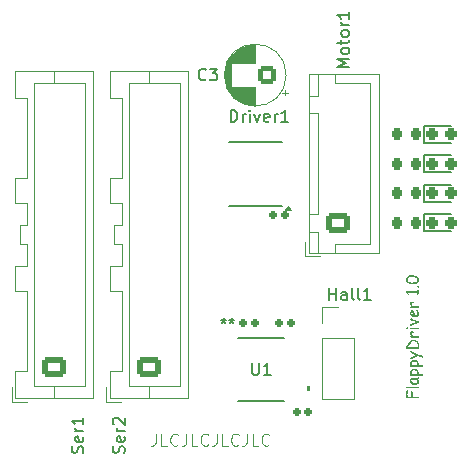
<source format=gbr>
%TF.GenerationSoftware,KiCad,Pcbnew,9.0.2*%
%TF.CreationDate,2025-10-06T17:20:07-07:00*%
%TF.ProjectId,driver2,64726976-6572-4322-9e6b-696361645f70,rev?*%
%TF.SameCoordinates,Original*%
%TF.FileFunction,Legend,Top*%
%TF.FilePolarity,Positive*%
%FSLAX46Y46*%
G04 Gerber Fmt 4.6, Leading zero omitted, Abs format (unit mm)*
G04 Created by KiCad (PCBNEW 9.0.2) date 2025-10-06 17:20:07*
%MOMM*%
%LPD*%
G01*
G04 APERTURE LIST*
G04 Aperture macros list*
%AMRoundRect*
0 Rectangle with rounded corners*
0 $1 Rounding radius*
0 $2 $3 $4 $5 $6 $7 $8 $9 X,Y pos of 4 corners*
0 Add a 4 corners polygon primitive as box body*
4,1,4,$2,$3,$4,$5,$6,$7,$8,$9,$2,$3,0*
0 Add four circle primitives for the rounded corners*
1,1,$1+$1,$2,$3*
1,1,$1+$1,$4,$5*
1,1,$1+$1,$6,$7*
1,1,$1+$1,$8,$9*
0 Add four rect primitives between the rounded corners*
20,1,$1+$1,$2,$3,$4,$5,0*
20,1,$1+$1,$4,$5,$6,$7,0*
20,1,$1+$1,$6,$7,$8,$9,0*
20,1,$1+$1,$8,$9,$2,$3,0*%
G04 Aperture macros list end*
%ADD10C,0.100000*%
%ADD11C,0.150000*%
%ADD12C,0.120000*%
%ADD13C,0.152400*%
%ADD14C,0.000000*%
%ADD15RoundRect,0.250000X0.725000X-0.600000X0.725000X0.600000X-0.725000X0.600000X-0.725000X-0.600000X0*%
%ADD16O,1.950000X1.700000*%
%ADD17R,1.700000X1.700000*%
%ADD18C,1.700000*%
%ADD19C,2.600000*%
%ADD20C,4.400000*%
%ADD21RoundRect,0.239000X-0.239000X-0.274000X0.239000X-0.274000X0.239000X0.274000X-0.239000X0.274000X0*%
%ADD22RoundRect,0.159000X0.159000X0.189000X-0.159000X0.189000X-0.159000X-0.189000X0.159000X-0.189000X0*%
%ADD23RoundRect,0.250000X0.550000X0.550000X-0.550000X0.550000X-0.550000X-0.550000X0.550000X-0.550000X0*%
%ADD24C,1.600000*%
%ADD25R,1.050000X0.450000*%
%ADD26R,3.400000X5.000000*%
%ADD27RoundRect,0.219000X0.219000X0.294000X-0.219000X0.294000X-0.219000X-0.294000X0.219000X-0.294000X0*%
%ADD28R,1.461999X0.354800*%
G04 APERTURE END LIST*
D10*
G36*
X54431186Y-53244434D02*
G01*
X54425996Y-53270385D01*
X54410376Y-53327751D01*
X54399891Y-53401335D01*
X54396015Y-53494478D01*
X54402670Y-53599991D01*
X54423370Y-53735607D01*
X54716461Y-53737011D01*
X54688541Y-53612607D01*
X54681290Y-53538930D01*
X54684166Y-53432877D01*
X54693014Y-53321004D01*
X54700410Y-53291823D01*
X54714004Y-53272687D01*
X54733982Y-53261047D01*
X54762684Y-53256769D01*
X54791027Y-53261836D01*
X54813548Y-53276613D01*
X54828609Y-53298669D01*
X54833698Y-53325767D01*
X54827836Y-53432379D01*
X54821974Y-53538930D01*
X54829052Y-53597994D01*
X54861053Y-53739759D01*
X55334091Y-53745865D01*
X55361560Y-53750732D01*
X55383977Y-53765038D01*
X55399112Y-53786548D01*
X55404249Y-53813520D01*
X55399137Y-53840561D01*
X55384038Y-53862369D01*
X55361665Y-53876915D01*
X55334335Y-53881847D01*
X54929075Y-53876718D01*
X54523815Y-53871589D01*
X54433018Y-53872627D01*
X54342220Y-53873604D01*
X54314203Y-53868819D01*
X54291540Y-53854858D01*
X54276210Y-53833472D01*
X54270963Y-53805949D01*
X54274063Y-53784501D01*
X54283236Y-53765648D01*
X54261926Y-53613363D01*
X54255331Y-53494478D01*
X54260532Y-53413541D01*
X54277740Y-53314837D01*
X54299176Y-53242232D01*
X54320069Y-53202112D01*
X54339770Y-53183056D01*
X54359195Y-53177512D01*
X54384797Y-53181938D01*
X54407433Y-53195280D01*
X54425327Y-53217626D01*
X54431186Y-53244434D01*
G37*
G36*
X54794497Y-52882527D02*
G01*
X55134300Y-52892786D01*
X55292875Y-52898281D01*
X55324570Y-52905751D01*
X55344884Y-52919148D01*
X55356919Y-52938300D01*
X55361263Y-52965204D01*
X55356584Y-52995383D01*
X55344064Y-53015169D01*
X55323481Y-53027465D01*
X55291531Y-53032126D01*
X55043014Y-53024616D01*
X54794497Y-53017105D01*
X54547384Y-53013686D01*
X54300272Y-53010266D01*
X54269054Y-53005646D01*
X54248859Y-52993417D01*
X54236513Y-52973638D01*
X54231884Y-52943344D01*
X54236536Y-52912653D01*
X54248920Y-52892662D01*
X54269119Y-52880337D01*
X54300272Y-52875689D01*
X54547384Y-52879108D01*
X54794497Y-52882527D01*
G37*
G36*
X55335199Y-52080871D02*
G01*
X55355218Y-52095150D01*
X55368580Y-52115894D01*
X55372986Y-52139541D01*
X55367839Y-52154132D01*
X55343616Y-52186680D01*
X55316260Y-52214869D01*
X55294829Y-52232475D01*
X55326552Y-52296662D01*
X55347402Y-52347941D01*
X55361252Y-52396191D01*
X55365170Y-52431228D01*
X55358635Y-52511008D01*
X55340644Y-52574359D01*
X55312703Y-52624606D01*
X55274984Y-52664174D01*
X55231517Y-52692117D01*
X55175723Y-52713696D01*
X55104775Y-52727944D01*
X55015293Y-52733173D01*
X54934733Y-52725905D01*
X54861692Y-52704668D01*
X54794619Y-52669523D01*
X54732398Y-52619478D01*
X54680227Y-52558784D01*
X54643971Y-52494073D01*
X54622250Y-52424282D01*
X54614856Y-52347880D01*
X54615896Y-52339026D01*
X54736001Y-52339026D01*
X54741325Y-52389875D01*
X54757054Y-52436617D01*
X54783560Y-52480346D01*
X54822158Y-52521781D01*
X54867494Y-52555772D01*
X54915205Y-52579524D01*
X54965963Y-52593764D01*
X55020666Y-52598595D01*
X55094467Y-52593361D01*
X55148828Y-52579497D01*
X55188217Y-52558967D01*
X55218787Y-52528758D01*
X55237384Y-52490049D01*
X55244026Y-52440081D01*
X55237702Y-52377764D01*
X55220212Y-52328768D01*
X55203186Y-52302433D01*
X55168433Y-52259769D01*
X54999196Y-52277061D01*
X54898056Y-52281629D01*
X54834431Y-52277904D01*
X54761219Y-52266608D01*
X54742168Y-52310022D01*
X54736001Y-52339026D01*
X54615896Y-52339026D01*
X54621956Y-52287435D01*
X54645570Y-52214706D01*
X54669011Y-52168772D01*
X54691952Y-52141053D01*
X54714540Y-52126436D01*
X54737772Y-52121833D01*
X54755041Y-52125176D01*
X54770561Y-52135450D01*
X54855985Y-52146074D01*
X55008271Y-52150471D01*
X55088530Y-52147532D01*
X55142116Y-52138869D01*
X55179214Y-52127508D01*
X55262344Y-52095821D01*
X55298553Y-52080129D01*
X55310155Y-52076038D01*
X55335199Y-52080871D01*
G37*
G36*
X55083141Y-51368697D02*
G01*
X55146964Y-51384029D01*
X55203068Y-51408668D01*
X55252636Y-51442594D01*
X55296723Y-51488080D01*
X55327812Y-51539657D01*
X55346828Y-51598552D01*
X55353447Y-51666625D01*
X55348285Y-51736262D01*
X55331587Y-51816957D01*
X55659911Y-51818300D01*
X55687759Y-51823145D01*
X55709370Y-51837107D01*
X55723683Y-51858230D01*
X55728604Y-51885223D01*
X55723696Y-51912284D01*
X55709431Y-51933461D01*
X55687943Y-51947377D01*
X55660216Y-51952206D01*
X55386664Y-51950130D01*
X55113784Y-51950130D01*
X54840903Y-51960389D01*
X54702112Y-51970647D01*
X54656039Y-51965921D01*
X54620047Y-51952878D01*
X54596911Y-51936442D01*
X54584026Y-51917000D01*
X54579685Y-51893466D01*
X54584508Y-51868903D01*
X54598920Y-51848709D01*
X54620116Y-51835157D01*
X54645753Y-51830573D01*
X54668285Y-51832650D01*
X54707241Y-51837412D01*
X54671195Y-51778219D01*
X54646791Y-51724023D01*
X54631439Y-51669552D01*
X54626586Y-51619548D01*
X54763356Y-51619548D01*
X54770478Y-51679901D01*
X54791261Y-51732937D01*
X54816353Y-51770323D01*
X54863435Y-51824467D01*
X55019802Y-51817838D01*
X55188094Y-51815553D01*
X55209644Y-51740489D01*
X55216671Y-51666625D01*
X55212445Y-51625211D01*
X55200439Y-51590517D01*
X55180956Y-51561138D01*
X55153351Y-51536200D01*
X55114776Y-51515280D01*
X55067797Y-51502002D01*
X55010408Y-51497243D01*
X54927524Y-51501380D01*
X54867408Y-51512176D01*
X54824966Y-51527651D01*
X54789846Y-51552274D01*
X54770087Y-51582295D01*
X54763356Y-51619548D01*
X54626586Y-51619548D01*
X54626580Y-51619487D01*
X54631790Y-51565233D01*
X54646668Y-51518930D01*
X54670836Y-51478981D01*
X54704929Y-51444329D01*
X54750533Y-51414567D01*
X54817965Y-51387575D01*
X54903161Y-51369832D01*
X55010102Y-51363337D01*
X55083141Y-51368697D01*
G37*
G36*
X55083141Y-50620337D02*
G01*
X55146964Y-50635668D01*
X55203068Y-50660308D01*
X55252636Y-50694234D01*
X55296723Y-50739720D01*
X55327812Y-50791297D01*
X55346828Y-50850192D01*
X55353447Y-50918265D01*
X55348285Y-50987902D01*
X55331587Y-51068597D01*
X55659911Y-51069940D01*
X55687759Y-51074784D01*
X55709370Y-51088747D01*
X55723683Y-51109870D01*
X55728604Y-51136863D01*
X55723696Y-51163923D01*
X55709431Y-51185101D01*
X55687943Y-51199017D01*
X55660216Y-51203846D01*
X55386664Y-51201770D01*
X55113784Y-51201770D01*
X54840903Y-51212028D01*
X54702112Y-51222287D01*
X54656039Y-51217561D01*
X54620047Y-51204518D01*
X54596911Y-51188082D01*
X54584026Y-51168640D01*
X54579685Y-51145106D01*
X54584508Y-51120543D01*
X54598920Y-51100348D01*
X54620116Y-51086797D01*
X54645753Y-51082213D01*
X54668285Y-51084289D01*
X54707241Y-51089052D01*
X54671195Y-51029859D01*
X54646791Y-50975662D01*
X54631439Y-50921192D01*
X54626586Y-50871188D01*
X54763356Y-50871188D01*
X54770478Y-50931541D01*
X54791261Y-50984577D01*
X54816353Y-51021963D01*
X54863435Y-51076107D01*
X55019802Y-51069478D01*
X55188094Y-51067192D01*
X55209644Y-50992129D01*
X55216671Y-50918265D01*
X55212445Y-50876851D01*
X55200439Y-50842157D01*
X55180956Y-50812777D01*
X55153351Y-50787840D01*
X55114776Y-50766920D01*
X55067797Y-50753642D01*
X55010408Y-50748883D01*
X54927524Y-50753020D01*
X54867408Y-50763816D01*
X54824966Y-50779291D01*
X54789846Y-50803914D01*
X54770087Y-50833935D01*
X54763356Y-50871188D01*
X54626586Y-50871188D01*
X54626580Y-50871127D01*
X54631790Y-50816873D01*
X54646668Y-50770570D01*
X54670836Y-50730620D01*
X54704929Y-50695969D01*
X54750533Y-50666207D01*
X54817965Y-50639215D01*
X54903161Y-50621472D01*
X55010102Y-50614977D01*
X55083141Y-50620337D01*
G37*
G36*
X54720980Y-49864541D02*
G01*
X55231753Y-50100907D01*
X55411234Y-50181620D01*
X55543834Y-50234813D01*
X55676336Y-50279876D01*
X55704191Y-50295431D01*
X55719498Y-50315486D01*
X55724696Y-50341364D01*
X55719996Y-50368184D01*
X55706011Y-50390945D01*
X55685073Y-50406566D01*
X55659544Y-50411767D01*
X55610809Y-50402897D01*
X55495277Y-50362487D01*
X55266802Y-50264183D01*
X54794192Y-50508731D01*
X54744122Y-50539506D01*
X54713238Y-50553979D01*
X54691304Y-50557946D01*
X54665947Y-50552695D01*
X54643372Y-50536453D01*
X54627694Y-50513272D01*
X54622672Y-50488276D01*
X54628386Y-50460042D01*
X54644837Y-50439733D01*
X54756458Y-50367312D01*
X54907570Y-50284592D01*
X55106334Y-50190422D01*
X54868258Y-50089305D01*
X54751209Y-50033884D01*
X54657782Y-49984098D01*
X54635193Y-49967061D01*
X54622833Y-49948226D01*
X54618764Y-49926700D01*
X54623708Y-49900509D01*
X54638792Y-49877241D01*
X54660911Y-49860986D01*
X54686420Y-49855687D01*
X54701905Y-49857710D01*
X54720980Y-49864541D01*
G37*
G36*
X55004775Y-48893460D02*
G01*
X55079100Y-48911662D01*
X55152130Y-48942402D01*
X55219474Y-48983932D01*
X55276461Y-49033744D01*
X55324077Y-49092306D01*
X55353541Y-49145910D01*
X55376207Y-49212595D01*
X55391043Y-49295033D01*
X55396434Y-49396327D01*
X55392796Y-49447675D01*
X55380741Y-49510389D01*
X55358027Y-49581731D01*
X55332991Y-49626526D01*
X55332991Y-49633365D01*
X55327838Y-49660449D01*
X55312536Y-49682580D01*
X55289911Y-49697382D01*
X55262711Y-49702363D01*
X55048082Y-49695891D01*
X54833454Y-49689357D01*
X54594951Y-49692472D01*
X54356448Y-49695525D01*
X54329381Y-49689106D01*
X54297768Y-49666826D01*
X54273970Y-49636665D01*
X54267055Y-49609429D01*
X54274031Y-49584967D01*
X54286567Y-49557527D01*
X54446817Y-49557527D01*
X54643066Y-49554108D01*
X54838583Y-49552032D01*
X55210626Y-49562962D01*
X55219480Y-49548613D01*
X55241137Y-49506790D01*
X55254797Y-49456865D01*
X55259658Y-49396999D01*
X55255881Y-49316041D01*
X55245747Y-49253464D01*
X55230759Y-49205845D01*
X55211969Y-49170219D01*
X55178837Y-49129337D01*
X55138770Y-49094240D01*
X55091008Y-49064645D01*
X55039231Y-49042693D01*
X54986642Y-49029712D01*
X54932616Y-49025383D01*
X54872282Y-49030817D01*
X54815157Y-49046980D01*
X54760296Y-49074209D01*
X54706983Y-49113541D01*
X54654772Y-49166657D01*
X54603499Y-49235799D01*
X54552382Y-49329011D01*
X54446817Y-49557527D01*
X54286567Y-49557527D01*
X54312789Y-49500130D01*
X54369392Y-49378558D01*
X54407498Y-49283925D01*
X54454044Y-49197753D01*
X54509054Y-49119281D01*
X54572786Y-49047915D01*
X54641819Y-48987792D01*
X54711229Y-48943017D01*
X54781571Y-48911950D01*
X54853609Y-48893542D01*
X54928281Y-48887386D01*
X55004775Y-48893460D01*
G37*
G36*
X54826371Y-48190744D02*
G01*
X54867272Y-48197929D01*
X54892479Y-48211874D01*
X54906806Y-48231647D01*
X54911856Y-48259071D01*
X54907536Y-48285067D01*
X54895775Y-48302465D01*
X54875953Y-48313544D01*
X54844567Y-48317812D01*
X54797001Y-48319827D01*
X54739909Y-48321903D01*
X54753304Y-48392449D01*
X54773827Y-48449258D01*
X54800603Y-48494705D01*
X54833488Y-48531439D01*
X54877363Y-48565174D01*
X54934265Y-48595821D01*
X55308018Y-48594478D01*
X55339436Y-48599141D01*
X55359776Y-48611491D01*
X55372223Y-48631485D01*
X55376894Y-48662133D01*
X55372466Y-48688700D01*
X55360399Y-48706497D01*
X55340039Y-48717843D01*
X55307773Y-48722217D01*
X54827287Y-48722217D01*
X54759570Y-48720507D01*
X54691793Y-48718797D01*
X54659527Y-48714424D01*
X54639167Y-48703078D01*
X54627101Y-48685281D01*
X54622672Y-48658714D01*
X54628732Y-48631542D01*
X54646703Y-48611452D01*
X54680513Y-48597159D01*
X54738504Y-48591058D01*
X54690974Y-48535274D01*
X54655415Y-48478807D01*
X54630633Y-48421211D01*
X54615892Y-48361873D01*
X54610949Y-48300043D01*
X54615848Y-48265413D01*
X54629656Y-48238512D01*
X54652653Y-48217428D01*
X54681884Y-48203340D01*
X54722680Y-48193724D01*
X54778499Y-48190073D01*
X54826371Y-48190744D01*
G37*
G36*
X54466357Y-47919574D02*
G01*
X54460528Y-47950071D01*
X54442909Y-47976299D01*
X54416951Y-47994221D01*
X54386245Y-48000174D01*
X54355550Y-47994219D01*
X54329642Y-47976299D01*
X54311976Y-47950066D01*
X54306133Y-47919574D01*
X54311988Y-47889144D01*
X54329642Y-47863215D01*
X54355526Y-47845534D01*
X54386245Y-47839645D01*
X54416975Y-47845532D01*
X54442909Y-47863215D01*
X54460516Y-47889139D01*
X54466357Y-47919574D01*
G37*
G36*
X55020116Y-47888860D02*
G01*
X55142848Y-47886479D01*
X55265519Y-47884036D01*
X55293282Y-47888795D01*
X55314795Y-47902477D01*
X55328975Y-47923430D01*
X55333907Y-47950959D01*
X55329013Y-47978025D01*
X55314795Y-47999197D01*
X55293257Y-48013115D01*
X55265519Y-48017943D01*
X55142848Y-48020324D01*
X55020116Y-48022705D01*
X54859832Y-48015928D01*
X54699548Y-48009089D01*
X54671240Y-48004232D01*
X54649661Y-47990343D01*
X54635396Y-47969166D01*
X54630488Y-47942105D01*
X54635395Y-47915108D01*
X54649661Y-47893989D01*
X54671245Y-47880054D01*
X54699548Y-47875183D01*
X54859832Y-47882021D01*
X55020116Y-47888860D01*
G37*
G36*
X55294340Y-47343344D02*
G01*
X55323161Y-47348472D01*
X55341795Y-47360160D01*
X55353100Y-47378352D01*
X55357294Y-47405504D01*
X55351145Y-47434907D01*
X55332684Y-47458601D01*
X55298492Y-47477922D01*
X55020483Y-47582458D01*
X54706142Y-47704030D01*
X54674696Y-47710868D01*
X54648830Y-47705631D01*
X54626885Y-47689741D01*
X54611957Y-47666733D01*
X54607041Y-47640526D01*
X54611615Y-47615901D01*
X54624931Y-47596761D01*
X54648623Y-47581786D01*
X55127278Y-47408251D01*
X55004682Y-47355103D01*
X54809518Y-47279169D01*
X54654790Y-47221100D01*
X54629393Y-47204016D01*
X54615540Y-47184308D01*
X54610949Y-47160956D01*
X54615862Y-47134802D01*
X54630793Y-47111802D01*
X54652707Y-47095832D01*
X54678054Y-47090614D01*
X54729175Y-47105636D01*
X54971146Y-47203332D01*
X55294340Y-47343344D01*
G37*
G36*
X55216663Y-46339687D02*
G01*
X55248913Y-46359279D01*
X55281440Y-46395905D01*
X55314551Y-46455765D01*
X55341027Y-46526560D01*
X55356300Y-46594167D01*
X55361263Y-46659342D01*
X55355925Y-46736406D01*
X55340789Y-46802663D01*
X55316722Y-46859839D01*
X55283960Y-46909324D01*
X55237588Y-46954541D01*
X55183383Y-46986814D01*
X55119783Y-47006817D01*
X55044480Y-47013860D01*
X54955798Y-47008030D01*
X54877505Y-46991321D01*
X54808061Y-46964499D01*
X54746198Y-46927765D01*
X54697865Y-46886743D01*
X54661537Y-46841915D01*
X54635862Y-46792796D01*
X54620239Y-46738482D01*
X54614856Y-46677721D01*
X54736001Y-46677721D01*
X54743251Y-46730327D01*
X54764507Y-46775923D01*
X54800847Y-46816390D01*
X54846967Y-46847810D01*
X54910547Y-46875715D01*
X54995997Y-46899066D01*
X54895858Y-46689323D01*
X54834833Y-46575824D01*
X54790894Y-46513101D01*
X54761444Y-46555403D01*
X54742767Y-46609186D01*
X54736001Y-46677721D01*
X54614856Y-46677721D01*
X54619614Y-46602785D01*
X54632741Y-46541898D01*
X54652958Y-46492585D01*
X54680345Y-46453229D01*
X54712812Y-46426345D01*
X54751194Y-46410136D01*
X54797306Y-46404474D01*
X54828853Y-46408800D01*
X54859486Y-46422048D01*
X54890095Y-46445536D01*
X54921198Y-46481655D01*
X54947912Y-46525967D01*
X54998012Y-46626491D01*
X55122210Y-46887465D01*
X55157307Y-46859489D01*
X55185557Y-46827842D01*
X55207573Y-46792210D01*
X55223142Y-46753188D01*
X55232830Y-46709176D01*
X55236210Y-46659281D01*
X55232154Y-46610501D01*
X55218442Y-46548639D01*
X55199598Y-46496305D01*
X55179760Y-46463567D01*
X55159396Y-46444836D01*
X55137535Y-46427331D01*
X55126318Y-46410968D01*
X55122882Y-46394949D01*
X55127329Y-46372551D01*
X55141078Y-46352267D01*
X55160970Y-46338060D01*
X55183332Y-46333461D01*
X55216663Y-46339687D01*
G37*
G36*
X54826371Y-45679928D02*
G01*
X54867272Y-45687113D01*
X54892479Y-45701058D01*
X54906806Y-45720830D01*
X54911856Y-45748255D01*
X54907536Y-45774250D01*
X54895775Y-45791648D01*
X54875953Y-45802728D01*
X54844567Y-45806995D01*
X54797001Y-45809010D01*
X54739909Y-45811086D01*
X54753304Y-45881633D01*
X54773827Y-45938442D01*
X54800603Y-45983888D01*
X54833488Y-46020622D01*
X54877363Y-46054357D01*
X54934265Y-46085005D01*
X55308018Y-46083661D01*
X55339436Y-46088325D01*
X55359776Y-46100675D01*
X55372223Y-46120668D01*
X55376894Y-46151317D01*
X55372466Y-46177884D01*
X55360399Y-46195681D01*
X55340039Y-46207027D01*
X55307773Y-46211400D01*
X54827287Y-46211400D01*
X54759570Y-46209691D01*
X54691793Y-46207981D01*
X54659527Y-46203608D01*
X54639167Y-46192261D01*
X54627101Y-46174464D01*
X54622672Y-46147897D01*
X54628732Y-46120725D01*
X54646703Y-46100635D01*
X54680513Y-46086343D01*
X54738504Y-46080242D01*
X54690974Y-46024457D01*
X54655415Y-45967990D01*
X54630633Y-45910394D01*
X54615892Y-45851057D01*
X54610949Y-45789227D01*
X54615848Y-45754596D01*
X54629656Y-45727695D01*
X54652653Y-45706612D01*
X54681884Y-45692524D01*
X54722680Y-45682908D01*
X54778499Y-45679256D01*
X54826371Y-45679928D01*
G37*
G36*
X55330000Y-44735136D02*
G01*
X55330000Y-44871057D01*
X55329328Y-45006306D01*
X55327447Y-45050538D01*
X55323222Y-45073229D01*
X55311982Y-45092648D01*
X55295365Y-45104003D01*
X55271564Y-45108094D01*
X55243086Y-45102180D01*
X55222634Y-45085047D01*
X55208555Y-45053685D01*
X55202871Y-45000872D01*
X55203543Y-44968082D01*
X55204947Y-44940055D01*
X55107739Y-44945856D01*
X55011202Y-44951657D01*
X54912956Y-44948385D01*
X54746931Y-44935964D01*
X54582892Y-44924315D01*
X54481988Y-44921615D01*
X54540847Y-45007181D01*
X54552330Y-45038424D01*
X54547280Y-45063829D01*
X54531875Y-45085929D01*
X54509648Y-45101140D01*
X54484797Y-45106079D01*
X54465449Y-45101322D01*
X54440409Y-45084033D01*
X54407067Y-45047339D01*
X54323841Y-44942803D01*
X54287862Y-44900030D01*
X54268938Y-44862350D01*
X54263147Y-44828070D01*
X54268969Y-44802685D01*
X54285235Y-44787967D01*
X54315842Y-44782274D01*
X54362737Y-44786366D01*
X54409631Y-44790457D01*
X54478142Y-44788075D01*
X54546591Y-44785694D01*
X54634170Y-44789140D01*
X54779354Y-44802119D01*
X54924401Y-44815057D01*
X55011385Y-44818483D01*
X55107983Y-44813049D01*
X55201039Y-44806882D01*
X55199635Y-44735136D01*
X55204404Y-44708678D01*
X55218319Y-44687691D01*
X55239146Y-44673646D01*
X55264848Y-44668885D01*
X55291064Y-44673688D01*
X55311681Y-44687691D01*
X55325312Y-44708648D01*
X55330000Y-44735136D01*
G37*
G36*
X55392526Y-44403515D02*
G01*
X55386381Y-44436415D01*
X55368101Y-44463660D01*
X55341092Y-44482040D01*
X55308506Y-44488206D01*
X55276435Y-44482082D01*
X55249216Y-44463660D01*
X55230699Y-44436391D01*
X55224487Y-44403515D01*
X55230655Y-44371216D01*
X55249216Y-44343797D01*
X55276468Y-44325040D01*
X55308506Y-44318824D01*
X55341059Y-44325083D01*
X55368101Y-44343797D01*
X55386423Y-44371192D01*
X55392526Y-44403515D01*
G37*
G36*
X54873159Y-43437558D02*
G01*
X54981025Y-43450993D01*
X55070357Y-43471551D01*
X55143823Y-43498070D01*
X55203787Y-43529736D01*
X55259410Y-43572727D01*
X55301666Y-43622247D01*
X55331986Y-43679048D01*
X55350771Y-43744556D01*
X55357355Y-43820751D01*
X55351814Y-43888383D01*
X55335910Y-43947597D01*
X55310145Y-43999886D01*
X55274243Y-44046369D01*
X55227171Y-44087703D01*
X55167212Y-44124040D01*
X55094160Y-44153873D01*
X55007764Y-44176595D01*
X54905898Y-44191232D01*
X54786193Y-44196458D01*
X54687585Y-44190230D01*
X54597837Y-44172155D01*
X54515695Y-44142786D01*
X54440101Y-44102180D01*
X54375800Y-44052579D01*
X54327935Y-43998332D01*
X54294372Y-43938922D01*
X54274046Y-43873217D01*
X54267113Y-43800174D01*
X54399923Y-43800174D01*
X54404963Y-43848369D01*
X54419715Y-43891685D01*
X54444370Y-43931277D01*
X54480071Y-43967879D01*
X54528822Y-44001735D01*
X54602886Y-44035849D01*
X54684421Y-44056708D01*
X54775019Y-44063895D01*
X54891544Y-44059164D01*
X54983917Y-44046345D01*
X55056187Y-44027219D01*
X55111952Y-44003140D01*
X55162420Y-43967810D01*
X55196745Y-43926481D01*
X55217330Y-43878169D01*
X55224487Y-43820690D01*
X55218058Y-43766716D01*
X55199451Y-43720311D01*
X55168372Y-43679667D01*
X55122844Y-43643871D01*
X55059439Y-43613023D01*
X54981768Y-43589956D01*
X54886051Y-43574810D01*
X54768913Y-43569303D01*
X54673396Y-43573759D01*
X54597595Y-43585859D01*
X54538118Y-43604004D01*
X54492002Y-43627067D01*
X54451563Y-43659686D01*
X54423322Y-43698486D01*
X54406014Y-43744627D01*
X54399923Y-43800174D01*
X54267113Y-43800174D01*
X54267055Y-43799563D01*
X54273383Y-43729792D01*
X54291666Y-43668253D01*
X54321605Y-43613345D01*
X54363912Y-43563939D01*
X54420256Y-43519478D01*
X54488047Y-43482491D01*
X54563700Y-43455433D01*
X54648462Y-43438580D01*
X54743817Y-43432711D01*
X54873159Y-43437558D01*
G37*
X33089598Y-56872419D02*
X33089598Y-57586704D01*
X33089598Y-57586704D02*
X33041979Y-57729561D01*
X33041979Y-57729561D02*
X32946741Y-57824800D01*
X32946741Y-57824800D02*
X32803884Y-57872419D01*
X32803884Y-57872419D02*
X32708646Y-57872419D01*
X34041979Y-57872419D02*
X33565789Y-57872419D01*
X33565789Y-57872419D02*
X33565789Y-56872419D01*
X34946741Y-57777180D02*
X34899122Y-57824800D01*
X34899122Y-57824800D02*
X34756265Y-57872419D01*
X34756265Y-57872419D02*
X34661027Y-57872419D01*
X34661027Y-57872419D02*
X34518170Y-57824800D01*
X34518170Y-57824800D02*
X34422932Y-57729561D01*
X34422932Y-57729561D02*
X34375313Y-57634323D01*
X34375313Y-57634323D02*
X34327694Y-57443847D01*
X34327694Y-57443847D02*
X34327694Y-57300990D01*
X34327694Y-57300990D02*
X34375313Y-57110514D01*
X34375313Y-57110514D02*
X34422932Y-57015276D01*
X34422932Y-57015276D02*
X34518170Y-56920038D01*
X34518170Y-56920038D02*
X34661027Y-56872419D01*
X34661027Y-56872419D02*
X34756265Y-56872419D01*
X34756265Y-56872419D02*
X34899122Y-56920038D01*
X34899122Y-56920038D02*
X34946741Y-56967657D01*
X35661027Y-56872419D02*
X35661027Y-57586704D01*
X35661027Y-57586704D02*
X35613408Y-57729561D01*
X35613408Y-57729561D02*
X35518170Y-57824800D01*
X35518170Y-57824800D02*
X35375313Y-57872419D01*
X35375313Y-57872419D02*
X35280075Y-57872419D01*
X36613408Y-57872419D02*
X36137218Y-57872419D01*
X36137218Y-57872419D02*
X36137218Y-56872419D01*
X37518170Y-57777180D02*
X37470551Y-57824800D01*
X37470551Y-57824800D02*
X37327694Y-57872419D01*
X37327694Y-57872419D02*
X37232456Y-57872419D01*
X37232456Y-57872419D02*
X37089599Y-57824800D01*
X37089599Y-57824800D02*
X36994361Y-57729561D01*
X36994361Y-57729561D02*
X36946742Y-57634323D01*
X36946742Y-57634323D02*
X36899123Y-57443847D01*
X36899123Y-57443847D02*
X36899123Y-57300990D01*
X36899123Y-57300990D02*
X36946742Y-57110514D01*
X36946742Y-57110514D02*
X36994361Y-57015276D01*
X36994361Y-57015276D02*
X37089599Y-56920038D01*
X37089599Y-56920038D02*
X37232456Y-56872419D01*
X37232456Y-56872419D02*
X37327694Y-56872419D01*
X37327694Y-56872419D02*
X37470551Y-56920038D01*
X37470551Y-56920038D02*
X37518170Y-56967657D01*
X38232456Y-56872419D02*
X38232456Y-57586704D01*
X38232456Y-57586704D02*
X38184837Y-57729561D01*
X38184837Y-57729561D02*
X38089599Y-57824800D01*
X38089599Y-57824800D02*
X37946742Y-57872419D01*
X37946742Y-57872419D02*
X37851504Y-57872419D01*
X39184837Y-57872419D02*
X38708647Y-57872419D01*
X38708647Y-57872419D02*
X38708647Y-56872419D01*
X40089599Y-57777180D02*
X40041980Y-57824800D01*
X40041980Y-57824800D02*
X39899123Y-57872419D01*
X39899123Y-57872419D02*
X39803885Y-57872419D01*
X39803885Y-57872419D02*
X39661028Y-57824800D01*
X39661028Y-57824800D02*
X39565790Y-57729561D01*
X39565790Y-57729561D02*
X39518171Y-57634323D01*
X39518171Y-57634323D02*
X39470552Y-57443847D01*
X39470552Y-57443847D02*
X39470552Y-57300990D01*
X39470552Y-57300990D02*
X39518171Y-57110514D01*
X39518171Y-57110514D02*
X39565790Y-57015276D01*
X39565790Y-57015276D02*
X39661028Y-56920038D01*
X39661028Y-56920038D02*
X39803885Y-56872419D01*
X39803885Y-56872419D02*
X39899123Y-56872419D01*
X39899123Y-56872419D02*
X40041980Y-56920038D01*
X40041980Y-56920038D02*
X40089599Y-56967657D01*
X40803885Y-56872419D02*
X40803885Y-57586704D01*
X40803885Y-57586704D02*
X40756266Y-57729561D01*
X40756266Y-57729561D02*
X40661028Y-57824800D01*
X40661028Y-57824800D02*
X40518171Y-57872419D01*
X40518171Y-57872419D02*
X40422933Y-57872419D01*
X41756266Y-57872419D02*
X41280076Y-57872419D01*
X41280076Y-57872419D02*
X41280076Y-56872419D01*
X42661028Y-57777180D02*
X42613409Y-57824800D01*
X42613409Y-57824800D02*
X42470552Y-57872419D01*
X42470552Y-57872419D02*
X42375314Y-57872419D01*
X42375314Y-57872419D02*
X42232457Y-57824800D01*
X42232457Y-57824800D02*
X42137219Y-57729561D01*
X42137219Y-57729561D02*
X42089600Y-57634323D01*
X42089600Y-57634323D02*
X42041981Y-57443847D01*
X42041981Y-57443847D02*
X42041981Y-57300990D01*
X42041981Y-57300990D02*
X42089600Y-57110514D01*
X42089600Y-57110514D02*
X42137219Y-57015276D01*
X42137219Y-57015276D02*
X42232457Y-56920038D01*
X42232457Y-56920038D02*
X42375314Y-56872419D01*
X42375314Y-56872419D02*
X42470552Y-56872419D01*
X42470552Y-56872419D02*
X42613409Y-56920038D01*
X42613409Y-56920038D02*
X42661028Y-56967657D01*
D11*
X30407200Y-58499999D02*
X30454819Y-58357142D01*
X30454819Y-58357142D02*
X30454819Y-58119047D01*
X30454819Y-58119047D02*
X30407200Y-58023809D01*
X30407200Y-58023809D02*
X30359580Y-57976190D01*
X30359580Y-57976190D02*
X30264342Y-57928571D01*
X30264342Y-57928571D02*
X30169104Y-57928571D01*
X30169104Y-57928571D02*
X30073866Y-57976190D01*
X30073866Y-57976190D02*
X30026247Y-58023809D01*
X30026247Y-58023809D02*
X29978628Y-58119047D01*
X29978628Y-58119047D02*
X29931009Y-58309523D01*
X29931009Y-58309523D02*
X29883390Y-58404761D01*
X29883390Y-58404761D02*
X29835771Y-58452380D01*
X29835771Y-58452380D02*
X29740533Y-58499999D01*
X29740533Y-58499999D02*
X29645295Y-58499999D01*
X29645295Y-58499999D02*
X29550057Y-58452380D01*
X29550057Y-58452380D02*
X29502438Y-58404761D01*
X29502438Y-58404761D02*
X29454819Y-58309523D01*
X29454819Y-58309523D02*
X29454819Y-58071428D01*
X29454819Y-58071428D02*
X29502438Y-57928571D01*
X30407200Y-57119047D02*
X30454819Y-57214285D01*
X30454819Y-57214285D02*
X30454819Y-57404761D01*
X30454819Y-57404761D02*
X30407200Y-57499999D01*
X30407200Y-57499999D02*
X30311961Y-57547618D01*
X30311961Y-57547618D02*
X29931009Y-57547618D01*
X29931009Y-57547618D02*
X29835771Y-57499999D01*
X29835771Y-57499999D02*
X29788152Y-57404761D01*
X29788152Y-57404761D02*
X29788152Y-57214285D01*
X29788152Y-57214285D02*
X29835771Y-57119047D01*
X29835771Y-57119047D02*
X29931009Y-57071428D01*
X29931009Y-57071428D02*
X30026247Y-57071428D01*
X30026247Y-57071428D02*
X30121485Y-57547618D01*
X30454819Y-56642856D02*
X29788152Y-56642856D01*
X29978628Y-56642856D02*
X29883390Y-56595237D01*
X29883390Y-56595237D02*
X29835771Y-56547618D01*
X29835771Y-56547618D02*
X29788152Y-56452380D01*
X29788152Y-56452380D02*
X29788152Y-56357142D01*
X29550057Y-56071427D02*
X29502438Y-56023808D01*
X29502438Y-56023808D02*
X29454819Y-55928570D01*
X29454819Y-55928570D02*
X29454819Y-55690475D01*
X29454819Y-55690475D02*
X29502438Y-55595237D01*
X29502438Y-55595237D02*
X29550057Y-55547618D01*
X29550057Y-55547618D02*
X29645295Y-55499999D01*
X29645295Y-55499999D02*
X29740533Y-55499999D01*
X29740533Y-55499999D02*
X29883390Y-55547618D01*
X29883390Y-55547618D02*
X30454819Y-56119046D01*
X30454819Y-56119046D02*
X30454819Y-55499999D01*
X26907200Y-58499999D02*
X26954819Y-58357142D01*
X26954819Y-58357142D02*
X26954819Y-58119047D01*
X26954819Y-58119047D02*
X26907200Y-58023809D01*
X26907200Y-58023809D02*
X26859580Y-57976190D01*
X26859580Y-57976190D02*
X26764342Y-57928571D01*
X26764342Y-57928571D02*
X26669104Y-57928571D01*
X26669104Y-57928571D02*
X26573866Y-57976190D01*
X26573866Y-57976190D02*
X26526247Y-58023809D01*
X26526247Y-58023809D02*
X26478628Y-58119047D01*
X26478628Y-58119047D02*
X26431009Y-58309523D01*
X26431009Y-58309523D02*
X26383390Y-58404761D01*
X26383390Y-58404761D02*
X26335771Y-58452380D01*
X26335771Y-58452380D02*
X26240533Y-58499999D01*
X26240533Y-58499999D02*
X26145295Y-58499999D01*
X26145295Y-58499999D02*
X26050057Y-58452380D01*
X26050057Y-58452380D02*
X26002438Y-58404761D01*
X26002438Y-58404761D02*
X25954819Y-58309523D01*
X25954819Y-58309523D02*
X25954819Y-58071428D01*
X25954819Y-58071428D02*
X26002438Y-57928571D01*
X26907200Y-57119047D02*
X26954819Y-57214285D01*
X26954819Y-57214285D02*
X26954819Y-57404761D01*
X26954819Y-57404761D02*
X26907200Y-57499999D01*
X26907200Y-57499999D02*
X26811961Y-57547618D01*
X26811961Y-57547618D02*
X26431009Y-57547618D01*
X26431009Y-57547618D02*
X26335771Y-57499999D01*
X26335771Y-57499999D02*
X26288152Y-57404761D01*
X26288152Y-57404761D02*
X26288152Y-57214285D01*
X26288152Y-57214285D02*
X26335771Y-57119047D01*
X26335771Y-57119047D02*
X26431009Y-57071428D01*
X26431009Y-57071428D02*
X26526247Y-57071428D01*
X26526247Y-57071428D02*
X26621485Y-57547618D01*
X26954819Y-56642856D02*
X26288152Y-56642856D01*
X26478628Y-56642856D02*
X26383390Y-56595237D01*
X26383390Y-56595237D02*
X26335771Y-56547618D01*
X26335771Y-56547618D02*
X26288152Y-56452380D01*
X26288152Y-56452380D02*
X26288152Y-56357142D01*
X26954819Y-55499999D02*
X26954819Y-56071427D01*
X26954819Y-55785713D02*
X25954819Y-55785713D01*
X25954819Y-55785713D02*
X26097676Y-55880951D01*
X26097676Y-55880951D02*
X26192914Y-55976189D01*
X26192914Y-55976189D02*
X26240533Y-56071427D01*
X47761904Y-45534819D02*
X47761904Y-44534819D01*
X47761904Y-45011009D02*
X48333332Y-45011009D01*
X48333332Y-45534819D02*
X48333332Y-44534819D01*
X49238094Y-45534819D02*
X49238094Y-45011009D01*
X49238094Y-45011009D02*
X49190475Y-44915771D01*
X49190475Y-44915771D02*
X49095237Y-44868152D01*
X49095237Y-44868152D02*
X48904761Y-44868152D01*
X48904761Y-44868152D02*
X48809523Y-44915771D01*
X49238094Y-45487200D02*
X49142856Y-45534819D01*
X49142856Y-45534819D02*
X48904761Y-45534819D01*
X48904761Y-45534819D02*
X48809523Y-45487200D01*
X48809523Y-45487200D02*
X48761904Y-45391961D01*
X48761904Y-45391961D02*
X48761904Y-45296723D01*
X48761904Y-45296723D02*
X48809523Y-45201485D01*
X48809523Y-45201485D02*
X48904761Y-45153866D01*
X48904761Y-45153866D02*
X49142856Y-45153866D01*
X49142856Y-45153866D02*
X49238094Y-45106247D01*
X49857142Y-45534819D02*
X49761904Y-45487200D01*
X49761904Y-45487200D02*
X49714285Y-45391961D01*
X49714285Y-45391961D02*
X49714285Y-44534819D01*
X50380952Y-45534819D02*
X50285714Y-45487200D01*
X50285714Y-45487200D02*
X50238095Y-45391961D01*
X50238095Y-45391961D02*
X50238095Y-44534819D01*
X51285714Y-45534819D02*
X50714286Y-45534819D01*
X51000000Y-45534819D02*
X51000000Y-44534819D01*
X51000000Y-44534819D02*
X50904762Y-44677676D01*
X50904762Y-44677676D02*
X50809524Y-44772914D01*
X50809524Y-44772914D02*
X50714286Y-44820533D01*
X37333333Y-26859580D02*
X37285714Y-26907200D01*
X37285714Y-26907200D02*
X37142857Y-26954819D01*
X37142857Y-26954819D02*
X37047619Y-26954819D01*
X37047619Y-26954819D02*
X36904762Y-26907200D01*
X36904762Y-26907200D02*
X36809524Y-26811961D01*
X36809524Y-26811961D02*
X36761905Y-26716723D01*
X36761905Y-26716723D02*
X36714286Y-26526247D01*
X36714286Y-26526247D02*
X36714286Y-26383390D01*
X36714286Y-26383390D02*
X36761905Y-26192914D01*
X36761905Y-26192914D02*
X36809524Y-26097676D01*
X36809524Y-26097676D02*
X36904762Y-26002438D01*
X36904762Y-26002438D02*
X37047619Y-25954819D01*
X37047619Y-25954819D02*
X37142857Y-25954819D01*
X37142857Y-25954819D02*
X37285714Y-26002438D01*
X37285714Y-26002438D02*
X37333333Y-26050057D01*
X37666667Y-25954819D02*
X38285714Y-25954819D01*
X38285714Y-25954819D02*
X37952381Y-26335771D01*
X37952381Y-26335771D02*
X38095238Y-26335771D01*
X38095238Y-26335771D02*
X38190476Y-26383390D01*
X38190476Y-26383390D02*
X38238095Y-26431009D01*
X38238095Y-26431009D02*
X38285714Y-26526247D01*
X38285714Y-26526247D02*
X38285714Y-26764342D01*
X38285714Y-26764342D02*
X38238095Y-26859580D01*
X38238095Y-26859580D02*
X38190476Y-26907200D01*
X38190476Y-26907200D02*
X38095238Y-26954819D01*
X38095238Y-26954819D02*
X37809524Y-26954819D01*
X37809524Y-26954819D02*
X37714286Y-26907200D01*
X37714286Y-26907200D02*
X37666667Y-26859580D01*
X39432738Y-30454819D02*
X39432738Y-29454819D01*
X39432738Y-29454819D02*
X39670833Y-29454819D01*
X39670833Y-29454819D02*
X39813690Y-29502438D01*
X39813690Y-29502438D02*
X39908928Y-29597676D01*
X39908928Y-29597676D02*
X39956547Y-29692914D01*
X39956547Y-29692914D02*
X40004166Y-29883390D01*
X40004166Y-29883390D02*
X40004166Y-30026247D01*
X40004166Y-30026247D02*
X39956547Y-30216723D01*
X39956547Y-30216723D02*
X39908928Y-30311961D01*
X39908928Y-30311961D02*
X39813690Y-30407200D01*
X39813690Y-30407200D02*
X39670833Y-30454819D01*
X39670833Y-30454819D02*
X39432738Y-30454819D01*
X40432738Y-30454819D02*
X40432738Y-29788152D01*
X40432738Y-29978628D02*
X40480357Y-29883390D01*
X40480357Y-29883390D02*
X40527976Y-29835771D01*
X40527976Y-29835771D02*
X40623214Y-29788152D01*
X40623214Y-29788152D02*
X40718452Y-29788152D01*
X41051786Y-30454819D02*
X41051786Y-29788152D01*
X41051786Y-29454819D02*
X41004167Y-29502438D01*
X41004167Y-29502438D02*
X41051786Y-29550057D01*
X41051786Y-29550057D02*
X41099405Y-29502438D01*
X41099405Y-29502438D02*
X41051786Y-29454819D01*
X41051786Y-29454819D02*
X41051786Y-29550057D01*
X41432738Y-29788152D02*
X41670833Y-30454819D01*
X41670833Y-30454819D02*
X41908928Y-29788152D01*
X42670833Y-30407200D02*
X42575595Y-30454819D01*
X42575595Y-30454819D02*
X42385119Y-30454819D01*
X42385119Y-30454819D02*
X42289881Y-30407200D01*
X42289881Y-30407200D02*
X42242262Y-30311961D01*
X42242262Y-30311961D02*
X42242262Y-29931009D01*
X42242262Y-29931009D02*
X42289881Y-29835771D01*
X42289881Y-29835771D02*
X42385119Y-29788152D01*
X42385119Y-29788152D02*
X42575595Y-29788152D01*
X42575595Y-29788152D02*
X42670833Y-29835771D01*
X42670833Y-29835771D02*
X42718452Y-29931009D01*
X42718452Y-29931009D02*
X42718452Y-30026247D01*
X42718452Y-30026247D02*
X42242262Y-30121485D01*
X43147024Y-30454819D02*
X43147024Y-29788152D01*
X43147024Y-29978628D02*
X43194643Y-29883390D01*
X43194643Y-29883390D02*
X43242262Y-29835771D01*
X43242262Y-29835771D02*
X43337500Y-29788152D01*
X43337500Y-29788152D02*
X43432738Y-29788152D01*
X44289881Y-30454819D02*
X43718453Y-30454819D01*
X44004167Y-30454819D02*
X44004167Y-29454819D01*
X44004167Y-29454819D02*
X43908929Y-29597676D01*
X43908929Y-29597676D02*
X43813691Y-29692914D01*
X43813691Y-29692914D02*
X43718453Y-29740533D01*
X49454819Y-25809523D02*
X48454819Y-25809523D01*
X48454819Y-25809523D02*
X49169104Y-25476190D01*
X49169104Y-25476190D02*
X48454819Y-25142857D01*
X48454819Y-25142857D02*
X49454819Y-25142857D01*
X49454819Y-24523809D02*
X49407200Y-24619047D01*
X49407200Y-24619047D02*
X49359580Y-24666666D01*
X49359580Y-24666666D02*
X49264342Y-24714285D01*
X49264342Y-24714285D02*
X48978628Y-24714285D01*
X48978628Y-24714285D02*
X48883390Y-24666666D01*
X48883390Y-24666666D02*
X48835771Y-24619047D01*
X48835771Y-24619047D02*
X48788152Y-24523809D01*
X48788152Y-24523809D02*
X48788152Y-24380952D01*
X48788152Y-24380952D02*
X48835771Y-24285714D01*
X48835771Y-24285714D02*
X48883390Y-24238095D01*
X48883390Y-24238095D02*
X48978628Y-24190476D01*
X48978628Y-24190476D02*
X49264342Y-24190476D01*
X49264342Y-24190476D02*
X49359580Y-24238095D01*
X49359580Y-24238095D02*
X49407200Y-24285714D01*
X49407200Y-24285714D02*
X49454819Y-24380952D01*
X49454819Y-24380952D02*
X49454819Y-24523809D01*
X48788152Y-23904761D02*
X48788152Y-23523809D01*
X48454819Y-23761904D02*
X49311961Y-23761904D01*
X49311961Y-23761904D02*
X49407200Y-23714285D01*
X49407200Y-23714285D02*
X49454819Y-23619047D01*
X49454819Y-23619047D02*
X49454819Y-23523809D01*
X49454819Y-23047618D02*
X49407200Y-23142856D01*
X49407200Y-23142856D02*
X49359580Y-23190475D01*
X49359580Y-23190475D02*
X49264342Y-23238094D01*
X49264342Y-23238094D02*
X48978628Y-23238094D01*
X48978628Y-23238094D02*
X48883390Y-23190475D01*
X48883390Y-23190475D02*
X48835771Y-23142856D01*
X48835771Y-23142856D02*
X48788152Y-23047618D01*
X48788152Y-23047618D02*
X48788152Y-22904761D01*
X48788152Y-22904761D02*
X48835771Y-22809523D01*
X48835771Y-22809523D02*
X48883390Y-22761904D01*
X48883390Y-22761904D02*
X48978628Y-22714285D01*
X48978628Y-22714285D02*
X49264342Y-22714285D01*
X49264342Y-22714285D02*
X49359580Y-22761904D01*
X49359580Y-22761904D02*
X49407200Y-22809523D01*
X49407200Y-22809523D02*
X49454819Y-22904761D01*
X49454819Y-22904761D02*
X49454819Y-23047618D01*
X49454819Y-22285713D02*
X48788152Y-22285713D01*
X48978628Y-22285713D02*
X48883390Y-22238094D01*
X48883390Y-22238094D02*
X48835771Y-22190475D01*
X48835771Y-22190475D02*
X48788152Y-22095237D01*
X48788152Y-22095237D02*
X48788152Y-21999999D01*
X49454819Y-21142856D02*
X49454819Y-21714284D01*
X49454819Y-21428570D02*
X48454819Y-21428570D01*
X48454819Y-21428570D02*
X48597676Y-21523808D01*
X48597676Y-21523808D02*
X48692914Y-21619046D01*
X48692914Y-21619046D02*
X48740533Y-21714284D01*
X41238095Y-50874819D02*
X41238095Y-51684342D01*
X41238095Y-51684342D02*
X41285714Y-51779580D01*
X41285714Y-51779580D02*
X41333333Y-51827200D01*
X41333333Y-51827200D02*
X41428571Y-51874819D01*
X41428571Y-51874819D02*
X41619047Y-51874819D01*
X41619047Y-51874819D02*
X41714285Y-51827200D01*
X41714285Y-51827200D02*
X41761904Y-51779580D01*
X41761904Y-51779580D02*
X41809523Y-51684342D01*
X41809523Y-51684342D02*
X41809523Y-50874819D01*
X42809523Y-51874819D02*
X42238095Y-51874819D01*
X42523809Y-51874819D02*
X42523809Y-50874819D01*
X42523809Y-50874819D02*
X42428571Y-51017676D01*
X42428571Y-51017676D02*
X42333333Y-51112914D01*
X42333333Y-51112914D02*
X42238095Y-51160533D01*
X39500000Y-47102019D02*
X39500000Y-47340114D01*
X39261905Y-47244876D02*
X39500000Y-47340114D01*
X39500000Y-47340114D02*
X39738095Y-47244876D01*
X39357143Y-47530590D02*
X39500000Y-47340114D01*
X39500000Y-47340114D02*
X39642857Y-47530590D01*
X38825000Y-47102019D02*
X38825000Y-47340114D01*
X38586905Y-47244876D02*
X38825000Y-47340114D01*
X38825000Y-47340114D02*
X39063095Y-47244876D01*
X38682143Y-47530590D02*
X38825000Y-47340114D01*
X38825000Y-47340114D02*
X38967857Y-47530590D01*
D12*
%TO.C,Ser2*%
X28890000Y-52910000D02*
X28890000Y-54160000D01*
X28890000Y-54160000D02*
X30140000Y-54160000D01*
X29190000Y-26140000D02*
X29190000Y-28440000D01*
X29190000Y-28440000D02*
X30190000Y-28440000D01*
X29190000Y-35200000D02*
X29190000Y-37300000D01*
X29190000Y-37300000D02*
X30190000Y-37300000D01*
X29190000Y-42700000D02*
X29190000Y-44800000D01*
X29190000Y-44800000D02*
X30190000Y-44800000D01*
X29190000Y-51560000D02*
X29190000Y-53860000D01*
X29190000Y-53860000D02*
X35810000Y-53860000D01*
X29590000Y-39200000D02*
X29590000Y-40800000D01*
X29590000Y-40800000D02*
X30190000Y-40800000D01*
X30190000Y-28440000D02*
X30190000Y-35200000D01*
X30190000Y-35200000D02*
X29190000Y-35200000D01*
X30190000Y-37300000D02*
X30190000Y-39200000D01*
X30190000Y-39200000D02*
X29590000Y-39200000D01*
X30190000Y-40800000D02*
X30190000Y-42700000D01*
X30190000Y-42700000D02*
X29190000Y-42700000D01*
X30190000Y-44800000D02*
X30190000Y-51560000D01*
X30190000Y-51560000D02*
X29190000Y-51560000D01*
X30800000Y-27150000D02*
X30800000Y-52850000D01*
X30800000Y-52850000D02*
X35100000Y-52850000D01*
X32500000Y-26140000D02*
X32500000Y-27150000D01*
X32500000Y-53860000D02*
X32500000Y-52850000D01*
X35100000Y-27150000D02*
X30800000Y-27150000D01*
X35100000Y-52850000D02*
X35100000Y-27150000D01*
X35810000Y-26140000D02*
X29190000Y-26140000D01*
X35810000Y-53860000D02*
X35810000Y-26140000D01*
%TO.C,Ser1*%
X27810000Y-53860000D02*
X27810000Y-26140000D01*
X27810000Y-26140000D02*
X21190000Y-26140000D01*
X27100000Y-52850000D02*
X27100000Y-27150000D01*
X27100000Y-27150000D02*
X22800000Y-27150000D01*
X24500000Y-53860000D02*
X24500000Y-52850000D01*
X24500000Y-26140000D02*
X24500000Y-27150000D01*
X22800000Y-52850000D02*
X27100000Y-52850000D01*
X22800000Y-27150000D02*
X22800000Y-52850000D01*
X22190000Y-51560000D02*
X21190000Y-51560000D01*
X22190000Y-44800000D02*
X22190000Y-51560000D01*
X22190000Y-42700000D02*
X21190000Y-42700000D01*
X22190000Y-40800000D02*
X22190000Y-42700000D01*
X22190000Y-39200000D02*
X21590000Y-39200000D01*
X22190000Y-37300000D02*
X22190000Y-39200000D01*
X22190000Y-35200000D02*
X21190000Y-35200000D01*
X22190000Y-28440000D02*
X22190000Y-35200000D01*
X21590000Y-40800000D02*
X22190000Y-40800000D01*
X21590000Y-39200000D02*
X21590000Y-40800000D01*
X21190000Y-53860000D02*
X27810000Y-53860000D01*
X21190000Y-51560000D02*
X21190000Y-53860000D01*
X21190000Y-44800000D02*
X22190000Y-44800000D01*
X21190000Y-42700000D02*
X21190000Y-44800000D01*
X21190000Y-37300000D02*
X22190000Y-37300000D01*
X21190000Y-35200000D02*
X21190000Y-37300000D01*
X21190000Y-28440000D02*
X22190000Y-28440000D01*
X21190000Y-26140000D02*
X21190000Y-28440000D01*
X20890000Y-54160000D02*
X22140000Y-54160000D01*
X20890000Y-52910000D02*
X20890000Y-54160000D01*
%TO.C,Hall1*%
X47120000Y-46120000D02*
X48500000Y-46120000D01*
X47120000Y-47500000D02*
X47120000Y-46120000D01*
X47120000Y-48770000D02*
X47120000Y-53960000D01*
X47120000Y-48770000D02*
X49880000Y-48770000D01*
X47120000Y-53960000D02*
X49880000Y-53960000D01*
X49880000Y-48770000D02*
X49880000Y-53960000D01*
D11*
%TO.C,D1*%
X55800000Y-38270000D02*
X55800000Y-39730000D01*
X55800000Y-39730000D02*
X58090000Y-39730000D01*
X58090000Y-38270000D02*
X55800000Y-38270000D01*
D12*
%TO.C,C3*%
X38900000Y-26783000D02*
X38900000Y-26217000D01*
X38940000Y-27017000D02*
X38940000Y-25983000D01*
X38980000Y-27177000D02*
X38980000Y-25823000D01*
X39020000Y-27305000D02*
X39020000Y-25695000D01*
X39060000Y-27414000D02*
X39060000Y-25586000D01*
X39100000Y-27511000D02*
X39100000Y-25489000D01*
X39140000Y-27598000D02*
X39140000Y-25402000D01*
X39180000Y-27677000D02*
X39180000Y-25323000D01*
X39220000Y-27751000D02*
X39220000Y-25249000D01*
X39260000Y-27819000D02*
X39260000Y-25181000D01*
X39300000Y-27883000D02*
X39300000Y-25117000D01*
X39340000Y-27943000D02*
X39340000Y-25057000D01*
X39380000Y-27999000D02*
X39380000Y-25001000D01*
X39420000Y-28053000D02*
X39420000Y-24947000D01*
X39460000Y-28104000D02*
X39460000Y-24896000D01*
X39500000Y-25460000D02*
X39500000Y-24848000D01*
X39500000Y-28152000D02*
X39500000Y-27540000D01*
X39540000Y-25460000D02*
X39540000Y-24801000D01*
X39540000Y-28199000D02*
X39540000Y-27540000D01*
X39580000Y-25460000D02*
X39580000Y-24757000D01*
X39580000Y-28243000D02*
X39580000Y-27540000D01*
X39620000Y-25460000D02*
X39620000Y-24715000D01*
X39620000Y-28285000D02*
X39620000Y-27540000D01*
X39660000Y-25460000D02*
X39660000Y-24675000D01*
X39660000Y-28325000D02*
X39660000Y-27540000D01*
X39700000Y-25460000D02*
X39700000Y-24636000D01*
X39700000Y-28364000D02*
X39700000Y-27540000D01*
X39740000Y-25460000D02*
X39740000Y-24599000D01*
X39740000Y-28401000D02*
X39740000Y-27540000D01*
X39780000Y-25460000D02*
X39780000Y-24564000D01*
X39780000Y-28436000D02*
X39780000Y-27540000D01*
X39820000Y-25460000D02*
X39820000Y-24530000D01*
X39820000Y-28470000D02*
X39820000Y-27540000D01*
X39860000Y-25460000D02*
X39860000Y-24497000D01*
X39860000Y-28503000D02*
X39860000Y-27540000D01*
X39900000Y-25460000D02*
X39900000Y-24465000D01*
X39900000Y-28535000D02*
X39900000Y-27540000D01*
X39940000Y-25460000D02*
X39940000Y-24435000D01*
X39940000Y-28565000D02*
X39940000Y-27540000D01*
X39980000Y-25460000D02*
X39980000Y-24406000D01*
X39980000Y-28594000D02*
X39980000Y-27540000D01*
X40020000Y-25460000D02*
X40020000Y-24378000D01*
X40020000Y-28622000D02*
X40020000Y-27540000D01*
X40060000Y-25460000D02*
X40060000Y-24351000D01*
X40060000Y-28649000D02*
X40060000Y-27540000D01*
X40100000Y-25460000D02*
X40100000Y-24325000D01*
X40100000Y-28675000D02*
X40100000Y-27540000D01*
X40140000Y-25460000D02*
X40140000Y-24301000D01*
X40140000Y-28699000D02*
X40140000Y-27540000D01*
X40180000Y-25460000D02*
X40180000Y-24277000D01*
X40180000Y-28723000D02*
X40180000Y-27540000D01*
X40220000Y-25460000D02*
X40220000Y-24254000D01*
X40220000Y-28746000D02*
X40220000Y-27540000D01*
X40260000Y-25460000D02*
X40260000Y-24232000D01*
X40260000Y-28768000D02*
X40260000Y-27540000D01*
X40300000Y-25460000D02*
X40300000Y-24211000D01*
X40300000Y-28789000D02*
X40300000Y-27540000D01*
X40340000Y-25460000D02*
X40340000Y-24191000D01*
X40340000Y-28809000D02*
X40340000Y-27540000D01*
X40380000Y-25460000D02*
X40380000Y-24171000D01*
X40380000Y-28829000D02*
X40380000Y-27540000D01*
X40420000Y-25460000D02*
X40420000Y-24153000D01*
X40420000Y-28847000D02*
X40420000Y-27540000D01*
X40460000Y-25460000D02*
X40460000Y-24135000D01*
X40460000Y-28865000D02*
X40460000Y-27540000D01*
X40500000Y-25460000D02*
X40500000Y-24118000D01*
X40500000Y-28882000D02*
X40500000Y-27540000D01*
X40540000Y-25460000D02*
X40540000Y-24102000D01*
X40540000Y-28898000D02*
X40540000Y-27540000D01*
X40580000Y-25460000D02*
X40580000Y-24087000D01*
X40580000Y-28913000D02*
X40580000Y-27540000D01*
X40620000Y-25460000D02*
X40620000Y-24072000D01*
X40620000Y-28928000D02*
X40620000Y-27540000D01*
X40660000Y-25460000D02*
X40660000Y-24058000D01*
X40660000Y-28942000D02*
X40660000Y-27540000D01*
X40700000Y-25460000D02*
X40700000Y-24045000D01*
X40700000Y-28955000D02*
X40700000Y-27540000D01*
X40740000Y-25460000D02*
X40740000Y-24033000D01*
X40740000Y-28967000D02*
X40740000Y-27540000D01*
X40780000Y-25460000D02*
X40780000Y-24021000D01*
X40780000Y-28979000D02*
X40780000Y-27540000D01*
X40820000Y-25460000D02*
X40820000Y-24010000D01*
X40820000Y-28990000D02*
X40820000Y-27540000D01*
X40860000Y-25460000D02*
X40860000Y-23999000D01*
X40860000Y-29001000D02*
X40860000Y-27540000D01*
X40900000Y-25460000D02*
X40900000Y-23990000D01*
X40900000Y-29010000D02*
X40900000Y-27540000D01*
X40940000Y-25460000D02*
X40940000Y-23981000D01*
X40940000Y-29019000D02*
X40940000Y-27540000D01*
X40980000Y-25460000D02*
X40980000Y-23972000D01*
X40980000Y-29028000D02*
X40980000Y-27540000D01*
X41020000Y-25460000D02*
X41020000Y-23964000D01*
X41020000Y-29036000D02*
X41020000Y-27540000D01*
X41060000Y-25460000D02*
X41060000Y-23957000D01*
X41060000Y-29043000D02*
X41060000Y-27540000D01*
X41100000Y-25460000D02*
X41100000Y-23951000D01*
X41100000Y-29049000D02*
X41100000Y-27540000D01*
X41140000Y-25460000D02*
X41140000Y-23945000D01*
X41140000Y-29055000D02*
X41140000Y-27540000D01*
X41180000Y-25460000D02*
X41180000Y-23940000D01*
X41180000Y-29060000D02*
X41180000Y-27540000D01*
X41220000Y-25460000D02*
X41220000Y-23935000D01*
X41220000Y-29065000D02*
X41220000Y-27540000D01*
X41260000Y-25460000D02*
X41260000Y-23931000D01*
X41260000Y-29069000D02*
X41260000Y-27540000D01*
X41300000Y-25460000D02*
X41300000Y-23928000D01*
X41300000Y-29072000D02*
X41300000Y-27540000D01*
X41340000Y-25460000D02*
X41340000Y-23925000D01*
X41340000Y-29075000D02*
X41340000Y-27540000D01*
X41380000Y-25460000D02*
X41380000Y-23923000D01*
X41380000Y-29077000D02*
X41380000Y-27540000D01*
X41420000Y-25460000D02*
X41420000Y-23921000D01*
X41420000Y-29079000D02*
X41420000Y-27540000D01*
X41460000Y-25460000D02*
X41460000Y-23920000D01*
X41460000Y-29080000D02*
X41460000Y-27540000D01*
X41500000Y-25460000D02*
X41500000Y-23920000D01*
X41500000Y-29080000D02*
X41500000Y-27540000D01*
X44054775Y-28225000D02*
X44054775Y-27725000D01*
X44304775Y-27975000D02*
X43804775Y-27975000D01*
X44120000Y-26500000D02*
G75*
G02*
X38880000Y-26500000I-2620000J0D01*
G01*
X38880000Y-26500000D02*
G75*
G02*
X44120000Y-26500000I2620000J0D01*
G01*
D11*
%TO.C,Driver1*%
X43750000Y-32150000D02*
X39250000Y-32150000D01*
X43750000Y-37600000D02*
X39250000Y-37600000D01*
D12*
X44540000Y-37955000D02*
X44060000Y-37955000D01*
X44300000Y-37625000D01*
X44540000Y-37955000D01*
G36*
X44540000Y-37955000D02*
G01*
X44060000Y-37955000D01*
X44300000Y-37625000D01*
X44540000Y-37955000D01*
G37*
D11*
%TO.C,D2*%
X55800000Y-35770000D02*
X55800000Y-37230000D01*
X55800000Y-37230000D02*
X58090000Y-37230000D01*
X58090000Y-35770000D02*
X55800000Y-35770000D01*
%TO.C,D3*%
X55800000Y-33270000D02*
X55800000Y-34730000D01*
X55800000Y-34730000D02*
X58090000Y-34730000D01*
X58090000Y-33270000D02*
X55800000Y-33270000D01*
D12*
%TO.C,Motor1*%
X45750000Y-40600000D02*
X45750000Y-41850000D01*
X45750000Y-41850000D02*
X47000000Y-41850000D01*
X46040000Y-26440000D02*
X46040000Y-41560000D01*
X46040000Y-41560000D02*
X52010000Y-41560000D01*
X46050000Y-26450000D02*
X46050000Y-28250000D01*
X46050000Y-28250000D02*
X46800000Y-28250000D01*
X46050000Y-29750000D02*
X46050000Y-38250000D01*
X46050000Y-38250000D02*
X46800000Y-38250000D01*
X46050000Y-39750000D02*
X46050000Y-41550000D01*
X46050000Y-41550000D02*
X46800000Y-41550000D01*
X46800000Y-26450000D02*
X46050000Y-26450000D01*
X46800000Y-28250000D02*
X46800000Y-26450000D01*
X46800000Y-29750000D02*
X46050000Y-29750000D01*
X46800000Y-38250000D02*
X46800000Y-29750000D01*
X46800000Y-39750000D02*
X46050000Y-39750000D01*
X46800000Y-41550000D02*
X46800000Y-39750000D01*
X48300000Y-26450000D02*
X48300000Y-27200000D01*
X48300000Y-27200000D02*
X51250000Y-27200000D01*
X48300000Y-40800000D02*
X51250000Y-40800000D01*
X48300000Y-41550000D02*
X48300000Y-40800000D01*
X51250000Y-27200000D02*
X51250000Y-34000000D01*
X51250000Y-40800000D02*
X51250000Y-34000000D01*
X52010000Y-26440000D02*
X46040000Y-26440000D01*
X52010000Y-41560000D02*
X52010000Y-26440000D01*
D11*
%TO.C,D4*%
X55800000Y-30770000D02*
X55800000Y-32230000D01*
X55800000Y-32230000D02*
X58090000Y-32230000D01*
X58090000Y-30770000D02*
X55800000Y-30770000D01*
D13*
%TO.C,U1*%
X40053002Y-54099700D02*
X43946998Y-54099700D01*
X43946998Y-48740300D02*
X40053002Y-48740300D01*
D14*
G36*
X46159999Y-53235501D02*
G01*
X45905999Y-53235501D01*
X45905999Y-52854501D01*
X46159999Y-52854501D01*
X46159999Y-53235501D01*
G37*
%TD*%
%LPC*%
D15*
%TO.C,Ser2*%
X32500000Y-51250000D03*
D16*
X32500000Y-48750000D03*
X32500000Y-46250000D03*
X32500000Y-43750000D03*
X32500000Y-41250000D03*
X32500000Y-38750000D03*
X32500000Y-36250000D03*
X32500000Y-33750000D03*
X32500000Y-31250000D03*
X32500000Y-28750000D03*
%TD*%
%TO.C,Ser1*%
X24500000Y-28750000D03*
X24500000Y-31250000D03*
X24500000Y-33750000D03*
X24500000Y-36250000D03*
X24500000Y-38750000D03*
X24500000Y-41250000D03*
X24500000Y-43750000D03*
X24500000Y-46250000D03*
X24500000Y-48750000D03*
D15*
X24500000Y-51250000D03*
%TD*%
D17*
%TO.C,Hall1*%
X48500000Y-47500000D03*
D18*
X48500000Y-50040000D03*
X48500000Y-52580000D03*
%TD*%
D19*
%TO.C,H4*%
X57500000Y-57500000D03*
D20*
X57500000Y-57500000D03*
%TD*%
D21*
%TO.C,D1*%
X56500000Y-39000000D03*
X58080000Y-39000000D03*
%TD*%
D22*
%TO.C,C1*%
X44500000Y-47500000D03*
X43500000Y-47500000D03*
%TD*%
D23*
%TO.C,C3*%
X42500000Y-26500000D03*
D24*
X40500000Y-26500000D03*
%TD*%
D25*
%TO.C,Driver1*%
X44275000Y-37150000D03*
X44275000Y-36500000D03*
X44275000Y-35850000D03*
X44275000Y-35200000D03*
X44275000Y-34550000D03*
X44275000Y-33900000D03*
X44275000Y-33250000D03*
X44275000Y-32600000D03*
X38725000Y-32600000D03*
X38725000Y-33250000D03*
X38725000Y-33900000D03*
X38725000Y-34550000D03*
X38725000Y-35200000D03*
X38725000Y-35850000D03*
X38725000Y-36500000D03*
X38725000Y-37150000D03*
D26*
X41500000Y-34875000D03*
%TD*%
D21*
%TO.C,D2*%
X56500000Y-36500000D03*
X58080000Y-36500000D03*
%TD*%
D27*
%TO.C,R2*%
X55110000Y-36500000D03*
X53470000Y-36500000D03*
%TD*%
D22*
%TO.C,R6*%
X46000000Y-55000000D03*
X45000000Y-55000000D03*
%TD*%
D27*
%TO.C,R3*%
X55110000Y-34000000D03*
X53470000Y-34000000D03*
%TD*%
%TO.C,R1*%
X55110000Y-39000000D03*
X53470000Y-39000000D03*
%TD*%
D21*
%TO.C,D3*%
X56500000Y-34000000D03*
X58080000Y-34000000D03*
%TD*%
D19*
%TO.C,H2*%
X57500000Y-22500000D03*
D20*
X57500000Y-22500000D03*
%TD*%
D19*
%TO.C,H3*%
X22500000Y-57500000D03*
D20*
X22500000Y-57500000D03*
%TD*%
D19*
%TO.C,H1*%
X22500000Y-22500000D03*
D20*
X22500000Y-22500000D03*
%TD*%
D15*
%TO.C,Motor1*%
X48500000Y-39000000D03*
D16*
X48500000Y-36500000D03*
X48500000Y-34000000D03*
X48500000Y-31500000D03*
X48500000Y-29000000D03*
%TD*%
D21*
%TO.C,D4*%
X56500000Y-31500000D03*
X58080000Y-31500000D03*
%TD*%
D22*
%TO.C,R5*%
X41500000Y-47500000D03*
X40500000Y-47500000D03*
%TD*%
D27*
%TO.C,R4*%
X55110000Y-31500000D03*
X53470000Y-31500000D03*
%TD*%
D22*
%TO.C,C2*%
X44025000Y-38375000D03*
X43025000Y-38375000D03*
%TD*%
D28*
%TO.C,U1*%
X39079000Y-49145001D03*
X39079000Y-49794999D03*
X39079000Y-50445001D03*
X39079000Y-51094999D03*
X39079000Y-51744998D03*
X39079000Y-52394999D03*
X39079000Y-53044998D03*
X39079000Y-53694999D03*
X44921000Y-53694999D03*
X44921000Y-53045001D03*
X44921000Y-52394999D03*
X44921000Y-51745001D03*
X44921000Y-51095002D03*
X44921000Y-50445001D03*
X44921000Y-49795002D03*
X44921000Y-49145001D03*
%TD*%
%LPD*%
M02*

</source>
